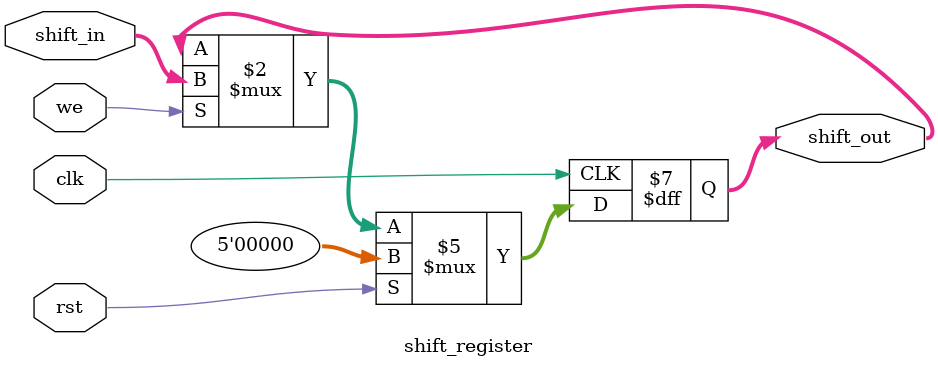
<source format=v>
module shift_register (
    input clk,
    input rst,
    input we,
    input [4:0] shift_in,
    output reg [4:0] shift_out
);

    always @ (posedge clk) begin
        if (rst)
            shift_out <= 5'b0;
        else
            if (we)
                shift_out <= shift_in;
    end

endmodule

</source>
